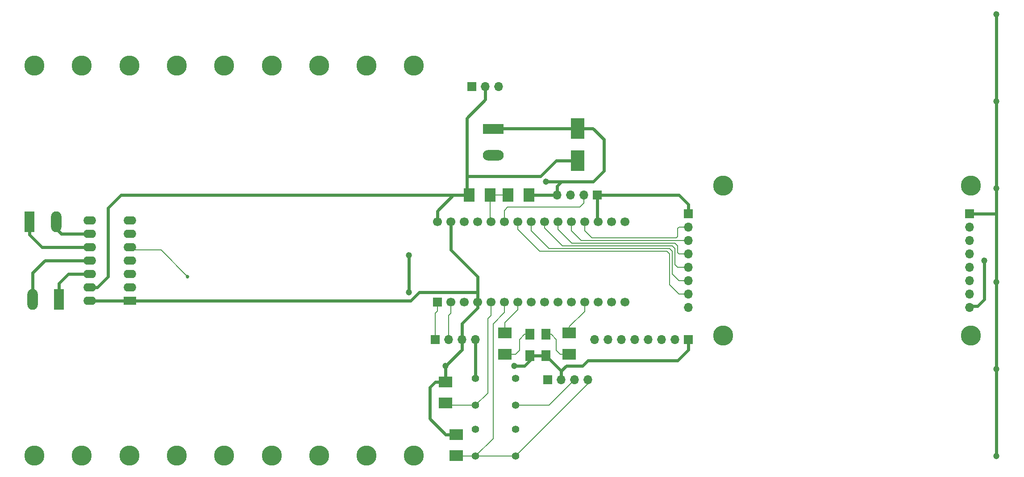
<source format=gbr>
G04 #@! TF.FileFunction,Copper,L1,Top,Signal*
%FSLAX46Y46*%
G04 Gerber Fmt 4.6, Leading zero omitted, Abs format (unit mm)*
G04 Created by KiCad (PCBNEW 4.0.7-e2-6376~58~ubuntu14.04.1) date Mon Sep 18 21:36:43 2017*
%MOMM*%
%LPD*%
G01*
G04 APERTURE LIST*
%ADD10C,0.100000*%
%ADD11C,3.800000*%
%ADD12R,2.500000X4.000000*%
%ADD13R,1.700000X2.000000*%
%ADD14R,3.960000X1.980000*%
%ADD15O,3.960000X1.980000*%
%ADD16R,1.980000X3.960000*%
%ADD17O,1.980000X3.960000*%
%ADD18R,1.700000X1.700000*%
%ADD19O,1.700000X1.700000*%
%ADD20R,2.000000X2.500000*%
%ADD21R,2.500000X2.000000*%
%ADD22C,1.397000*%
%ADD23C,1.700000*%
%ADD24R,2.400000X1.600000*%
%ADD25O,2.400000X1.600000*%
%ADD26C,1.193800*%
%ADD27C,0.685800*%
%ADD28C,0.609600*%
%ADD29C,0.152400*%
G04 APERTURE END LIST*
D10*
D11*
X127000000Y-132000000D03*
X109000000Y-132000000D03*
X91000000Y-132000000D03*
X73000000Y-132000000D03*
X118000000Y-58000000D03*
X109000000Y-58000000D03*
X91000000Y-58000000D03*
X82000000Y-58000000D03*
X73000000Y-58000000D03*
D12*
X158000000Y-76050000D03*
X158000000Y-69950000D03*
D13*
X149000000Y-113000000D03*
X149000000Y-109000000D03*
X152000000Y-113000000D03*
X152000000Y-109000000D03*
D14*
X142000000Y-70000000D03*
D15*
X142000000Y-75000000D03*
D16*
X59690000Y-102362000D03*
D17*
X54690000Y-102362000D03*
D16*
X54102000Y-87630000D03*
D17*
X59102000Y-87630000D03*
D18*
X152400000Y-117602000D03*
D19*
X154940000Y-117602000D03*
X157480000Y-117602000D03*
X160020000Y-117602000D03*
D18*
X179070000Y-109982000D03*
D19*
X176530000Y-109982000D03*
X173990000Y-109982000D03*
X171450000Y-109982000D03*
X168910000Y-109982000D03*
X166370000Y-109982000D03*
X163830000Y-109982000D03*
X161290000Y-109982000D03*
D18*
X179070000Y-86106000D03*
D19*
X179070000Y-88646000D03*
X179070000Y-91186000D03*
X179070000Y-93726000D03*
X179070000Y-96266000D03*
X179070000Y-98806000D03*
X179070000Y-101346000D03*
X179070000Y-103886000D03*
D18*
X232410000Y-86106000D03*
D19*
X232410000Y-88646000D03*
X232410000Y-91186000D03*
X232410000Y-93726000D03*
X232410000Y-96266000D03*
X232410000Y-98806000D03*
X232410000Y-101346000D03*
X232410000Y-103886000D03*
D20*
X144812000Y-82550000D03*
X148812000Y-82550000D03*
X137446000Y-82550000D03*
X141446000Y-82550000D03*
D21*
X144272000Y-108744000D03*
X144272000Y-112744000D03*
X156464000Y-108744000D03*
X156464000Y-112744000D03*
X135000000Y-128000000D03*
X135000000Y-132000000D03*
X133000000Y-118000000D03*
X133000000Y-122000000D03*
D22*
X146304000Y-117348000D03*
X146304000Y-122428000D03*
X138684000Y-117348000D03*
X138684000Y-122428000D03*
X146304000Y-127000000D03*
X146304000Y-132080000D03*
X138684000Y-127000000D03*
X138684000Y-132080000D03*
D18*
X131445000Y-102870000D03*
D23*
X133985000Y-102870000D03*
X136525000Y-102870000D03*
X139065000Y-102870000D03*
X141605000Y-102870000D03*
X144145000Y-102870000D03*
X146685000Y-102870000D03*
X149225000Y-102870000D03*
X151765000Y-102870000D03*
X154305000Y-102870000D03*
X156845000Y-102870000D03*
X159385000Y-102870000D03*
X161925000Y-102870000D03*
X164465000Y-102870000D03*
X167005000Y-102870000D03*
X167005000Y-87630000D03*
X164465000Y-87630000D03*
X161925000Y-87630000D03*
X159385000Y-87630000D03*
X156845000Y-87630000D03*
X154305000Y-87630000D03*
X151765000Y-87630000D03*
X149225000Y-87630000D03*
X146685000Y-87630000D03*
X144145000Y-87630000D03*
X141605000Y-87630000D03*
X139065000Y-87630000D03*
X136525000Y-87630000D03*
X133985000Y-87630000D03*
X131445000Y-87630000D03*
D24*
X73152000Y-102616000D03*
D25*
X65532000Y-87376000D03*
X73152000Y-100076000D03*
X65532000Y-89916000D03*
X73152000Y-97536000D03*
X65532000Y-92456000D03*
X73152000Y-94996000D03*
X65532000Y-94996000D03*
X73152000Y-92456000D03*
X65532000Y-97536000D03*
X73152000Y-89916000D03*
X65532000Y-100076000D03*
X73152000Y-87376000D03*
X65532000Y-102616000D03*
D11*
X232664000Y-80772000D03*
X232664000Y-109220000D03*
X185674000Y-80772000D03*
X185674000Y-109220000D03*
D18*
X161798000Y-82550000D03*
D19*
X159258000Y-82550000D03*
X156718000Y-82550000D03*
X154178000Y-82550000D03*
D18*
X131000000Y-110000000D03*
D19*
X133540000Y-110000000D03*
X136080000Y-110000000D03*
X138620000Y-110000000D03*
D18*
X138000000Y-62000000D03*
D19*
X140540000Y-62000000D03*
X143080000Y-62000000D03*
D11*
X55000000Y-58000000D03*
X64000000Y-58000000D03*
X100000000Y-58000000D03*
X127000000Y-58000000D03*
X55000000Y-132000000D03*
X64000000Y-132000000D03*
X82000000Y-132000000D03*
X100000000Y-132000000D03*
X118000000Y-132000000D03*
D26*
X133000000Y-115000000D03*
X146000000Y-115000000D03*
X152000000Y-80000000D03*
X235204000Y-94996000D03*
X126000000Y-101000000D03*
X126000000Y-94000000D03*
X237490000Y-132080000D03*
X237490000Y-115570000D03*
X237490000Y-99060000D03*
X237490000Y-81280000D03*
X237490000Y-64770000D03*
X237490000Y-48260000D03*
D27*
X84000000Y-98000000D03*
D28*
X135000000Y-82550000D02*
X71450000Y-82550000D01*
X66924000Y-100076000D02*
X65532000Y-100076000D01*
X69000000Y-98000000D02*
X66924000Y-100076000D01*
X69000000Y-85000000D02*
X69000000Y-98000000D01*
X71450000Y-82550000D02*
X69000000Y-85000000D01*
X137446000Y-82550000D02*
X135000000Y-82550000D01*
X135000000Y-82550000D02*
X134450000Y-82550000D01*
X131445000Y-85555000D02*
X131445000Y-87630000D01*
X134450000Y-82550000D02*
X131445000Y-85555000D01*
X158000000Y-76050000D02*
X153950000Y-76050000D01*
X151000000Y-79000000D02*
X137000000Y-79000000D01*
X153950000Y-76050000D02*
X151000000Y-79000000D01*
X140540000Y-62000000D02*
X140540000Y-64460000D01*
X137000000Y-68000000D02*
X137000000Y-79000000D01*
X137000000Y-79000000D02*
X137000000Y-82104000D01*
X140540000Y-64460000D02*
X137000000Y-68000000D01*
X137000000Y-82104000D02*
X137446000Y-82550000D01*
X135000000Y-128000000D02*
X133000000Y-128000000D01*
X131000000Y-118000000D02*
X133000000Y-118000000D01*
X130000000Y-119000000D02*
X131000000Y-118000000D01*
X130000000Y-125000000D02*
X130000000Y-119000000D01*
X133000000Y-128000000D02*
X130000000Y-125000000D01*
X132000000Y-118000000D02*
X133000000Y-118000000D01*
X149000000Y-113000000D02*
X149000000Y-114000000D01*
X149000000Y-114000000D02*
X148000000Y-115000000D01*
X148000000Y-115000000D02*
X146000000Y-115000000D01*
X136080000Y-110000000D02*
X136080000Y-111920000D01*
X133000000Y-115000000D02*
X133000000Y-118000000D01*
X136080000Y-111920000D02*
X133000000Y-115000000D01*
X73152000Y-102616000D02*
X65532000Y-102616000D01*
X149000000Y-113000000D02*
X152000000Y-113000000D01*
X125384000Y-102616000D02*
X126384000Y-102616000D01*
X123384000Y-102616000D02*
X125384000Y-102616000D01*
X73152000Y-102616000D02*
X123384000Y-102616000D01*
X128000000Y-101000000D02*
X139065000Y-101000000D01*
X126384000Y-102616000D02*
X128000000Y-101000000D01*
X139065000Y-102870000D02*
X139065000Y-101000000D01*
X139065000Y-101000000D02*
X139065000Y-98065000D01*
X133985000Y-92985000D02*
X133985000Y-87630000D01*
X139065000Y-98065000D02*
X133985000Y-92985000D01*
X179070000Y-109982000D02*
X179070000Y-111930000D01*
X155880000Y-115000000D02*
X154940000Y-115940000D01*
X159000000Y-115000000D02*
X155880000Y-115000000D01*
X160000000Y-114000000D02*
X159000000Y-115000000D01*
X177000000Y-114000000D02*
X160000000Y-114000000D01*
X179070000Y-111930000D02*
X177000000Y-114000000D01*
X154940000Y-117602000D02*
X154940000Y-115940000D01*
X154940000Y-115940000D02*
X152000000Y-113000000D01*
X139065000Y-102870000D02*
X139065000Y-103935000D01*
X136080000Y-106920000D02*
X136080000Y-110000000D01*
X139065000Y-103935000D02*
X136080000Y-106920000D01*
X155000000Y-80000000D02*
X152000000Y-80000000D01*
X154178000Y-82550000D02*
X154178000Y-80822000D01*
X160950000Y-69950000D02*
X158000000Y-69950000D01*
X163000000Y-72000000D02*
X160950000Y-69950000D01*
X163000000Y-78000000D02*
X163000000Y-72000000D01*
X161000000Y-80000000D02*
X163000000Y-78000000D01*
X155000000Y-80000000D02*
X161000000Y-80000000D01*
X154178000Y-80822000D02*
X155000000Y-80000000D01*
X158000000Y-69950000D02*
X142050000Y-69950000D01*
X142050000Y-69950000D02*
X142000000Y-70000000D01*
X154178000Y-82550000D02*
X148812000Y-82550000D01*
X233934000Y-103632000D02*
X232664000Y-103632000D01*
X235204000Y-102362000D02*
X233934000Y-103632000D01*
X235204000Y-94996000D02*
X235204000Y-102362000D01*
X232664000Y-103632000D02*
X232410000Y-103886000D01*
D29*
X144272000Y-112744000D02*
X146256000Y-112744000D01*
X148000000Y-109000000D02*
X149000000Y-109000000D01*
X147000000Y-110000000D02*
X148000000Y-109000000D01*
X147000000Y-112000000D02*
X147000000Y-110000000D01*
X146256000Y-112744000D02*
X147000000Y-112000000D01*
X152000000Y-109000000D02*
X153000000Y-109000000D01*
X154744000Y-112744000D02*
X156464000Y-112744000D01*
X154000000Y-112000000D02*
X154744000Y-112744000D01*
X154000000Y-110000000D02*
X154000000Y-112000000D01*
X153000000Y-109000000D02*
X154000000Y-110000000D01*
D28*
X126000000Y-94000000D02*
X126000000Y-101000000D01*
X138620000Y-110000000D02*
X138620000Y-117284000D01*
X138620000Y-117284000D02*
X138684000Y-117348000D01*
X179070000Y-86106000D02*
X179070000Y-84328000D01*
X177292000Y-82550000D02*
X161798000Y-82550000D01*
X179070000Y-84328000D02*
X177292000Y-82550000D01*
X161798000Y-82550000D02*
X161798000Y-87503000D01*
X161798000Y-87503000D02*
X161925000Y-87630000D01*
X232410000Y-86106000D02*
X237490000Y-86106000D01*
X237490000Y-115570000D02*
X237490000Y-132080000D01*
X237490000Y-99060000D02*
X237490000Y-115570000D01*
X237490000Y-81280000D02*
X237490000Y-86106000D01*
X237490000Y-86106000D02*
X237490000Y-99060000D01*
X237490000Y-64770000D02*
X237490000Y-81280000D01*
X237490000Y-48260000D02*
X237490000Y-64770000D01*
D29*
X159258000Y-82550000D02*
X159258000Y-84074000D01*
X144145000Y-85471000D02*
X144145000Y-87630000D01*
X144780000Y-84836000D02*
X144145000Y-85471000D01*
X158496000Y-84836000D02*
X144780000Y-84836000D01*
X159258000Y-84074000D02*
X158496000Y-84836000D01*
D28*
X65532000Y-97536000D02*
X61464000Y-97536000D01*
X59690000Y-99310000D02*
X59690000Y-102362000D01*
X61464000Y-97536000D02*
X59690000Y-99310000D01*
X65532000Y-94996000D02*
X57004000Y-94996000D01*
X54690000Y-97310000D02*
X54690000Y-102362000D01*
X57004000Y-94996000D02*
X54690000Y-97310000D01*
X65532000Y-92456000D02*
X56456000Y-92456000D01*
X54102000Y-90102000D02*
X54102000Y-87630000D01*
X56456000Y-92456000D02*
X54102000Y-90102000D01*
X65532000Y-89916000D02*
X60084000Y-89916000D01*
X60084000Y-89916000D02*
X59102000Y-88934000D01*
X59102000Y-88934000D02*
X59102000Y-87630000D01*
D29*
X131445000Y-102870000D02*
X131445000Y-104555000D01*
X131000000Y-105000000D02*
X131000000Y-110000000D01*
X131445000Y-104555000D02*
X131000000Y-105000000D01*
X133985000Y-102870000D02*
X133985000Y-104985000D01*
X133540000Y-105430000D02*
X133540000Y-110000000D01*
X133985000Y-104985000D02*
X133540000Y-105430000D01*
X138684000Y-122428000D02*
X133428000Y-122428000D01*
X133428000Y-122428000D02*
X133000000Y-122000000D01*
X146304000Y-122428000D02*
X152654000Y-122428000D01*
X152654000Y-122428000D02*
X157480000Y-117602000D01*
X141605000Y-102870000D02*
X141605000Y-105395000D01*
X141000000Y-120112000D02*
X138684000Y-122428000D01*
X141000000Y-106000000D02*
X141000000Y-120112000D01*
X141605000Y-105395000D02*
X141000000Y-106000000D01*
X138684000Y-132080000D02*
X135080000Y-132080000D01*
X135080000Y-132080000D02*
X135000000Y-132000000D01*
X160020000Y-117602000D02*
X160020000Y-118364000D01*
X160020000Y-118364000D02*
X146304000Y-132080000D01*
X144145000Y-102870000D02*
X144145000Y-104855000D01*
X142000000Y-128764000D02*
X138684000Y-132080000D01*
X142000000Y-107000000D02*
X142000000Y-128764000D01*
X144145000Y-104855000D02*
X142000000Y-107000000D01*
X138684000Y-132080000D02*
X146304000Y-132080000D01*
X179070000Y-88646000D02*
X177292000Y-88646000D01*
X160020000Y-89916000D02*
X159385000Y-89281000D01*
X159385000Y-89281000D02*
X159385000Y-87630000D01*
X160782000Y-90678000D02*
X160020000Y-89916000D01*
X176784000Y-90678000D02*
X160782000Y-90678000D01*
X177038000Y-90424000D02*
X176784000Y-90678000D01*
X177038000Y-88900000D02*
X177038000Y-90424000D01*
X177292000Y-88646000D02*
X177038000Y-88900000D01*
X179070000Y-91186000D02*
X158750000Y-91186000D01*
X156845000Y-89281000D02*
X156845000Y-87630000D01*
X158750000Y-91186000D02*
X156845000Y-89281000D01*
X177038000Y-92202000D02*
X176530000Y-91694000D01*
X156972000Y-91694000D02*
X154305000Y-89027000D01*
X154305000Y-87630000D02*
X154305000Y-89027000D01*
X177292000Y-93726000D02*
X177038000Y-93472000D01*
X177038000Y-93472000D02*
X177038000Y-92202000D01*
X177292000Y-93726000D02*
X179070000Y-93726000D01*
X176530000Y-91694000D02*
X156972000Y-91694000D01*
X179070000Y-96266000D02*
X177038000Y-96266000D01*
X151765000Y-88773000D02*
X151765000Y-87630000D01*
X155194000Y-92202000D02*
X151765000Y-88773000D01*
X176022000Y-92202000D02*
X155194000Y-92202000D01*
X176530000Y-92710000D02*
X176022000Y-92202000D01*
X176530000Y-95758000D02*
X176530000Y-92710000D01*
X177038000Y-96266000D02*
X176530000Y-95758000D01*
X179070000Y-98806000D02*
X177292000Y-98806000D01*
X176022000Y-97028000D02*
X176022000Y-93218000D01*
X176022000Y-93218000D02*
X175514000Y-92710000D01*
X175514000Y-92710000D02*
X152654000Y-92710000D01*
X152654000Y-92710000D02*
X149225000Y-89281000D01*
X149225000Y-89281000D02*
X149225000Y-87630000D01*
X176022000Y-97536000D02*
X176022000Y-97028000D01*
X177292000Y-98806000D02*
X176022000Y-97536000D01*
X179070000Y-101346000D02*
X177292000Y-101346000D01*
X146685000Y-89027000D02*
X146685000Y-87630000D01*
X150876000Y-93218000D02*
X146685000Y-89027000D01*
X175006000Y-93218000D02*
X150876000Y-93218000D01*
X175514000Y-93726000D02*
X175006000Y-93218000D01*
X175514000Y-99568000D02*
X175514000Y-93726000D01*
X177292000Y-101346000D02*
X175514000Y-99568000D01*
X141446000Y-82550000D02*
X141446000Y-87471000D01*
X141446000Y-87471000D02*
X141605000Y-87630000D01*
X144812000Y-82550000D02*
X141446000Y-82550000D01*
X144272000Y-108744000D02*
X144272000Y-106728000D01*
X146685000Y-104315000D02*
X146685000Y-102870000D01*
X144272000Y-106728000D02*
X146685000Y-104315000D01*
X156464000Y-108744000D02*
X156464000Y-107536000D01*
X159385000Y-104615000D02*
X159385000Y-102870000D01*
X156464000Y-107536000D02*
X159385000Y-104615000D01*
X79000000Y-93000000D02*
X73696000Y-93000000D01*
X84000000Y-98000000D02*
X79000000Y-93000000D01*
X73696000Y-93000000D02*
X73152000Y-92456000D01*
M02*

</source>
